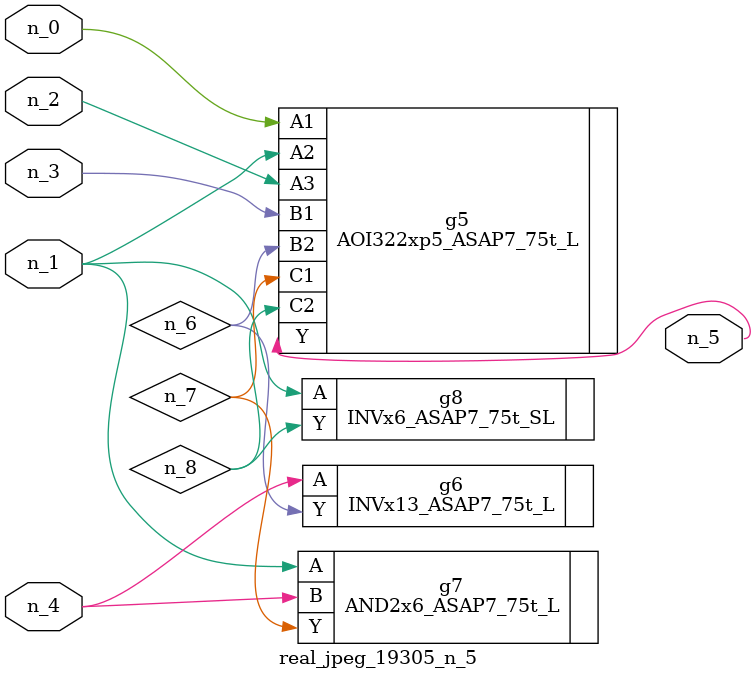
<source format=v>
module real_jpeg_19305_n_5 (n_4, n_0, n_1, n_2, n_3, n_5);

input n_4;
input n_0;
input n_1;
input n_2;
input n_3;

output n_5;

wire n_8;
wire n_6;
wire n_7;

AOI322xp5_ASAP7_75t_L g5 ( 
.A1(n_0),
.A2(n_1),
.A3(n_2),
.B1(n_3),
.B2(n_6),
.C1(n_7),
.C2(n_8),
.Y(n_5)
);

AND2x6_ASAP7_75t_L g7 ( 
.A(n_1),
.B(n_4),
.Y(n_7)
);

INVx6_ASAP7_75t_SL g8 ( 
.A(n_1),
.Y(n_8)
);

INVx13_ASAP7_75t_L g6 ( 
.A(n_4),
.Y(n_6)
);


endmodule
</source>
